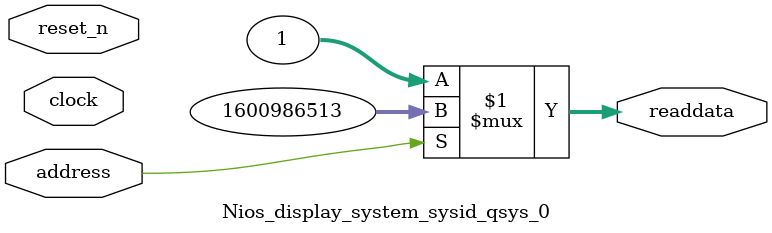
<source format=v>



// synthesis translate_off
`timescale 1ns / 1ps
// synthesis translate_on

// turn off superfluous verilog processor warnings 
// altera message_level Level1 
// altera message_off 10034 10035 10036 10037 10230 10240 10030 

module Nios_display_system_sysid_qsys_0 (
               // inputs:
                address,
                clock,
                reset_n,

               // outputs:
                readdata
             )
;

  output  [ 31: 0] readdata;
  input            address;
  input            clock;
  input            reset_n;

  wire    [ 31: 0] readdata;
  //control_slave, which is an e_avalon_slave
  assign readdata = address ? 1600986513 : 1;

endmodule



</source>
